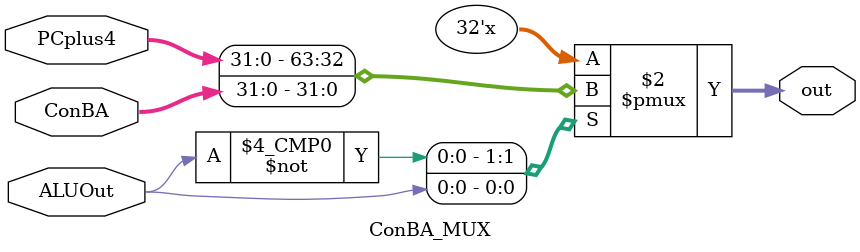
<source format=v>
module PCnext_MUX(PCSrc, ALUOut, PCplus4, ConBA, JT, DATAbusA, PCnext);
input ALUOut;
input [2:0]PCSrc;
input [31:0]PCplus4, ConBA, DATAbusA;
input [25:0]JT;
output reg[31:0]PCnext;

localparam ILLOP = 32'h80000004;	//中断
localparam XADR = 32'h80000008;	//异常

wire [31:0]temp;
ConBA_MUX cm(ConBA, PCplus4, ALUOut, temp);

always@(*)
case(PCSrc)
  0: PCnext<=PCplus4;
  1: PCnext<=temp;
  2: 
    begin
	  PCnext[31:28] <= PCplus4[31:28];
	  PCnext[27:2] <= JT;
	  PCnext[1:0] <= 2'b00;
	end
  3: PCnext<=DATAbusA;
  4: PCnext<=ILLOP;
  5: PCnext<=XADR;
  default: PCnext<=PCplus4;
endcase
endmodule


module ConBA_MUX(ConBA, PCplus4, ALUOut, out);
input ALUOut;
input [31:0]ConBA, PCplus4;
output reg[31:0]out;
always@(*)
case(ALUOut)
  0: out<=PCplus4;
  1: out<=ConBA;
endcase
endmodule
</source>
